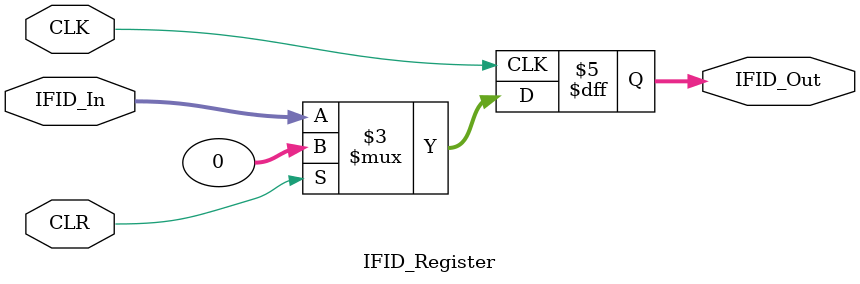
<source format=v>
module IFID_Register (
    output reg [31:0] IFID_Out,
    input [31:0] IFID_In,
    input CLK,
    input CLR
);

    always@ (posedge CLK) begin
        if(CLR) begin
            IFID_Out <= 32'b00000000000000000000000000000000;
        end
        else begin
            IFID_Out <= IFID_In;
        end
    end
endmodule

// ADD DIAGRAM INPUTS ???
</source>
